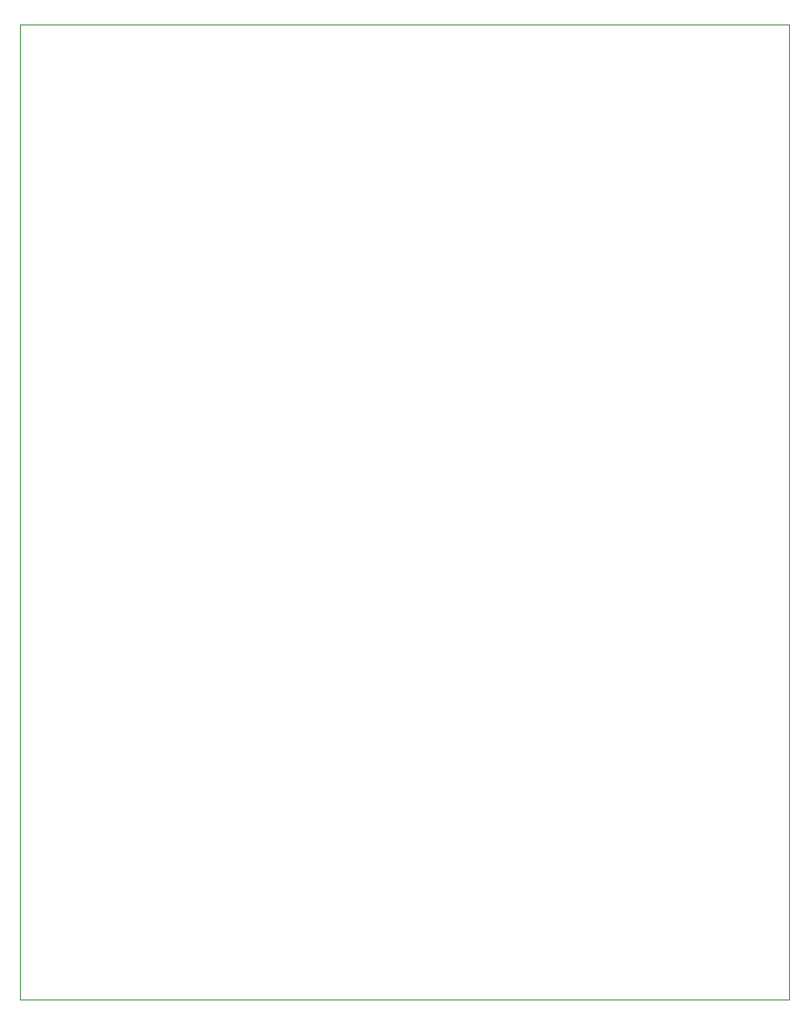
<source format=gbr>
G04 #@! TF.GenerationSoftware,KiCad,Pcbnew,5.1.5+dfsg1-2build2*
G04 #@! TF.CreationDate,2020-12-13T22:45:39+09:00*
G04 #@! TF.ProjectId,Klipper,4b6c6970-7065-4722-9e6b-696361645f70,rev?*
G04 #@! TF.SameCoordinates,Original*
G04 #@! TF.FileFunction,Profile,NP*
%FSLAX46Y46*%
G04 Gerber Fmt 4.6, Leading zero omitted, Abs format (unit mm)*
G04 Created by KiCad (PCBNEW 5.1.5+dfsg1-2build2) date 2020-12-13 22:45:39*
%MOMM*%
%LPD*%
G04 APERTURE LIST*
%ADD10C,0.050000*%
G04 APERTURE END LIST*
D10*
X-32500000Y45750000D02*
X39370000Y45750000D01*
X-32500000Y-45250000D02*
X39370000Y-45250000D01*
X-32500000Y-45250000D02*
X-32500000Y45750000D01*
X39370000Y-45250000D02*
X39370000Y45750000D01*
M02*

</source>
